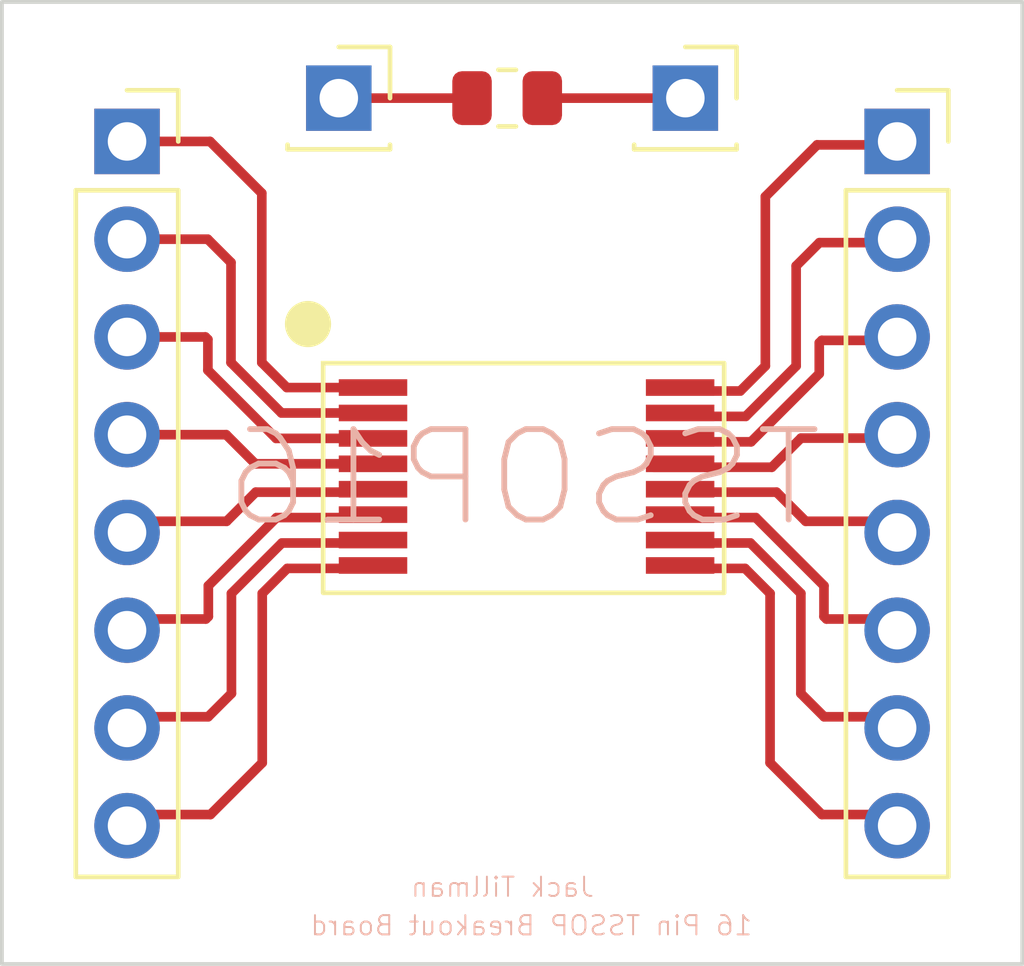
<source format=kicad_pcb>
(kicad_pcb (version 20211014) (generator pcbnew)
  (layers (0 "F.Cu" signal) (31 "B.Cu" signal) (34 "B.Paste" user) (35 "F.Paste" user) (36 "B.SilkS" user "B.Silkscreen") (37 "F.SilkS" user "F.Silkscreen") (38 "B.Mask" user) (39 "F.Mask" user) (44 "Edge.Cuts" user))
  (net 0 "")
  (net 1 "Net-(J3-Pad1)")
  (net 2 "Net-(J4-Pad1)")
  (net 3 "Net-(J1-Pad1)")
  (net 4 "Net-(J1-Pad2)")
  (net 5 "Net-(J1-Pad3)")
  (net 6 "Net-(J1-Pad4)")
  (net 7 "Net-(J1-Pad5)")
  (net 8 "Net-(J1-Pad6)")
  (net 9 "Net-(J1-Pad7)")
  (net 10 "Net-(J1-Pad8)")
  (net 11 "Net-(J2-Pad1)")
  (net 12 "Net-(J2-Pad2)")
  (net 13 "Net-(J2-Pad3)")
  (net 14 "Net-(J2-Pad4)")
  (net 15 "Net-(J2-Pad5)")
  (net 16 "Net-(J2-Pad6)")
  (net 17 "Net-(J2-Pad7)")
  (net 18 "Net-(J2-Pad8)")
  (footprint "Connector_PinSocket_2.54mm:PinSocket_1x08_P2.54mm_Vertical" (layer "F.Cu") (at 168.5 89.855)
    (fp_text reference "J2" hide)
    (fp_text value "Conn_01x08" hide)
    (fp_line (start 1.33 -1.33) (end 1.33 0) (layer "F.SilkS") (width 0.12))
    (fp_line (start -1.33 1.27) (end 1.33 1.27) (layer "F.SilkS") (width 0.12))
    (fp_line (start 1.33 1.27) (end 1.33 19.11) (layer "F.SilkS") (width 0.12))
    (fp_line (start 0 -1.33) (end 1.33 -1.33) (layer "F.SilkS") (width 0.12))
    (fp_line (start -1.33 19.11) (end 1.33 19.11) (layer "F.SilkS") (width 0.12))
    (fp_line (start -1.33 1.27) (end -1.33 19.11) (layer "F.SilkS") (width 0.12))
    (pad "1" thru_hole rect (at 0 0) (size 1.7 1.7) (drill 1) (layers *.Cu *.Mask) (net 11 "Net-(J2-Pad1)"))
    (pad "2" thru_hole oval (at 0 2.54) (size 1.7 1.7) (drill 1) (layers *.Cu *.Mask) (net 12 "Net-(J2-Pad2)"))
    (pad "3" thru_hole oval (at 0 5.08) (size 1.7 1.7) (drill 1) (layers *.Cu *.Mask) (net 13 "Net-(J2-Pad3)"))
    (pad "4" thru_hole oval (at 0 7.62) (size 1.7 1.7) (drill 1) (layers *.Cu *.Mask) (net 14 "Net-(J2-Pad4)"))
    (pad "5" thru_hole oval (at 0 10.16) (size 1.7 1.7) (drill 1) (layers *.Cu *.Mask) (net 15 "Net-(J2-Pad5)"))
    (pad "6" thru_hole oval (at 0 12.7) (size 1.7 1.7) (drill 1) (layers *.Cu *.Mask) (net 16 "Net-(J2-Pad6)"))
    (pad "7" thru_hole oval (at 0 15.24) (size 1.7 1.7) (drill 1) (layers *.Cu *.Mask) (net 17 "Net-(J2-Pad7)"))
    (pad "8" thru_hole oval (at 0 17.78) (size 1.7 1.7) (drill 1) (layers *.Cu *.Mask) (net 18 "Net-(J2-Pad8)"))
  )
  (footprint "TSSOP_Footprints:16_Pin_TSSOP_Board" (layer "F.Cu") (at 158.8762 100.6066)
    (fp_text reference "TSSOP16" (at -0.0762 -2.0066 unlocked) (layer "B.SilkS") (effects (font (size 2.35 2.35)) (justify mirror)))
    (fp_text value "16_Pin_TSSOP_Board" hide)
    (fp_rect (start -5.2832 -4.9911) (end 5.1308 0.9779) (layer "F.SilkS") (width 0.12) (fill none))
    (pad "1" smd rect (at -3.9878 -4.3561) (size 1.778 0.4318) (layers "F.Cu" "F.Paste" "F.Mask") (net 3 "Net-(J1-Pad1)"))
    (pad "2" smd rect (at -3.9878 -3.6957) (size 1.778 0.4318) (layers "F.Cu" "F.Paste" "F.Mask") (net 4 "Net-(J1-Pad2)"))
    (pad "3" smd rect (at -3.9878 -3.0353) (size 1.778 0.4318) (layers "F.Cu" "F.Paste" "F.Mask") (net 5 "Net-(J1-Pad3)"))
    (pad "4" smd rect (at -3.9878 -2.3749) (size 1.778 0.4318) (layers "F.Cu" "F.Paste" "F.Mask") (net 6 "Net-(J1-Pad4)"))
    (pad "5" smd rect (at -3.9878 -1.7145) (size 1.778 0.4318) (layers "F.Cu" "F.Paste" "F.Mask") (net 7 "Net-(J1-Pad5)"))
    (pad "6" smd rect (at -3.9878 -1.0541) (size 1.778 0.4318) (layers "F.Cu" "F.Paste" "F.Mask") (net 8 "Net-(J1-Pad6)"))
    (pad "7" smd rect (at -3.9878 -0.3937) (size 1.778 0.4318) (layers "F.Cu" "F.Paste" "F.Mask") (net 9 "Net-(J1-Pad7)"))
    (pad "8" smd rect (at -3.9878 0.2667) (size 1.778 0.4318) (layers "F.Cu" "F.Paste" "F.Mask") (net 10 "Net-(J1-Pad8)"))
    (pad "9" smd rect (at 3.9878 0.2667) (size 1.778 0.4318) (layers "F.Cu" "F.Paste" "F.Mask") (net 18 "Net-(J2-Pad8)"))
    (pad "10" smd rect (at 3.9878 -0.3937) (size 1.778 0.4318) (layers "F.Cu" "F.Paste" "F.Mask") (net 17 "Net-(J2-Pad7)"))
    (pad "11" smd rect (at 3.9878 -1.0541) (size 1.778 0.4318) (layers "F.Cu" "F.Paste" "F.Mask") (net 16 "Net-(J2-Pad6)"))
    (pad "12" smd rect (at 3.9878 -1.7145) (size 1.778 0.4318) (layers "F.Cu" "F.Paste" "F.Mask") (net 15 "Net-(J2-Pad5)"))
    (pad "13" smd rect (at 3.9878 -2.3749) (size 1.778 0.4318) (layers "F.Cu" "F.Paste" "F.Mask") (net 14 "Net-(J2-Pad4)"))
    (pad "14" smd rect (at 3.9878 -3.0353) (size 1.778 0.4318) (layers "F.Cu" "F.Paste" "F.Mask") (net 13 "Net-(J2-Pad3)"))
    (pad "15" smd rect (at 3.9878 -3.6957) (size 1.778 0.4318) (layers "F.Cu" "F.Paste" "F.Mask") (net 12 "Net-(J2-Pad2)"))
    (pad "16" smd rect (at 3.9878 -4.3561) (size 1.778 0.4318) (layers "F.Cu" "F.Paste" "F.Mask") (net 11 "Net-(J2-Pad1)"))
  )
  (footprint "Connector_PinSocket_2.54mm:PinSocket_1x01_P2.54mm_Vertical" (layer "F.Cu") (at 163 88.73)
    (fp_text reference "J3" hide)
    (fp_text value "Conn_01x01" hide)
    (fp_line (start 0 -1.33) (end 1.33 -1.33) (layer "F.SilkS") (width 0.12))
    (fp_line (start -1.33 1.33) (end 1.33 1.33) (layer "F.SilkS") (width 0.12))
    (fp_line (start 1.33 -1.33) (end 1.33 0) (layer "F.SilkS") (width 0.12))
    (fp_line (start 1.33 1.21) (end 1.33 1.33) (layer "F.SilkS") (width 0.12))
    (fp_line (start -1.33 1.21) (end -1.33 1.33) (layer "F.SilkS") (width 0.12))
    (pad "1" thru_hole rect (at 0 0) (size 1.7 1.7) (drill 1) (layers *.Cu *.Mask) (net 1 "Net-(J3-Pad1)"))
  )
  (footprint "Connector_PinSocket_2.54mm:PinSocket_1x08_P2.54mm_Vertical" (layer "F.Cu") (at 148.5 89.855)
    (fp_text reference "J1" hide)
    (fp_text value "Conn_01x08" hide)
    (fp_line (start 1.33 1.27) (end 1.33 19.11) (layer "F.SilkS") (width 0.12))
    (fp_line (start -1.33 1.27) (end -1.33 19.11) (layer "F.SilkS") (width 0.12))
    (fp_line (start -1.33 19.11) (end 1.33 19.11) (layer "F.SilkS") (width 0.12))
    (fp_line (start 1.33 -1.33) (end 1.33 0) (layer "F.SilkS") (width 0.12))
    (fp_line (start 0 -1.33) (end 1.33 -1.33) (layer "F.SilkS") (width 0.12))
    (fp_line (start -1.33 1.27) (end 1.33 1.27) (layer "F.SilkS") (width 0.12))
    (pad "1" thru_hole rect (at 0 0) (size 1.7 1.7) (drill 1) (layers *.Cu *.Mask) (net 3 "Net-(J1-Pad1)"))
    (pad "2" thru_hole oval (at 0 2.54) (size 1.7 1.7) (drill 1) (layers *.Cu *.Mask) (net 4 "Net-(J1-Pad2)"))
    (pad "3" thru_hole oval (at 0 5.08) (size 1.7 1.7) (drill 1) (layers *.Cu *.Mask) (net 5 "Net-(J1-Pad3)"))
    (pad "4" thru_hole oval (at 0 7.62) (size 1.7 1.7) (drill 1) (layers *.Cu *.Mask) (net 6 "Net-(J1-Pad4)"))
    (pad "5" thru_hole oval (at 0 10.16) (size 1.7 1.7) (drill 1) (layers *.Cu *.Mask) (net 7 "Net-(J1-Pad5)"))
    (pad "6" thru_hole oval (at 0 12.7) (size 1.7 1.7) (drill 1) (layers *.Cu *.Mask) (net 8 "Net-(J1-Pad6)"))
    (pad "7" thru_hole oval (at 0 15.24) (size 1.7 1.7) (drill 1) (layers *.Cu *.Mask) (net 9 "Net-(J1-Pad7)"))
    (pad "8" thru_hole oval (at 0 17.78) (size 1.7 1.7) (drill 1) (layers *.Cu *.Mask) (net 10 "Net-(J1-Pad8)"))
  )
  (footprint "Resistor_SMD:R_0805_2012Metric" (layer "F.Cu") (at 158.3725 88.73)
    (fp_text reference "R1" hide)
    (fp_text value "R_US" hide)
    (fp_line (start -0.227064 0.735) (end 0.227064 0.735) (layer "F.SilkS") (width 0.12))
    (fp_line (start -0.227064 -0.735) (end 0.227064 -0.735) (layer "F.SilkS") (width 0.12))
    (pad "1" smd roundrect (at -0.9125 0) (size 1.025 1.4) (layers "F.Cu" "F.Paste" "F.Mask") (roundrect_rratio 0.243902) (net 2 "Net-(J4-Pad1)"))
    (pad "2" smd roundrect (at 0.9125 0) (size 1.025 1.4) (layers "F.Cu" "F.Paste" "F.Mask") (roundrect_rratio 0.243902) (net 1 "Net-(J3-Pad1)"))
  )
  (footprint "Connector_PinSocket_2.54mm:PinSocket_1x01_P2.54mm_Vertical" (layer "F.Cu") (at 154 88.73)
    (fp_text reference "J4" hide)
    (fp_text value "Conn_01x01" hide)
    (fp_line (start -1.33 1.33) (end 1.33 1.33) (layer "F.SilkS") (width 0.12))
    (fp_line (start 1.33 1.21) (end 1.33 1.33) (layer "F.SilkS") (width 0.12))
    (fp_line (start 1.33 -1.33) (end 1.33 0) (layer "F.SilkS") (width 0.12))
    (fp_line (start 0 -1.33) (end 1.33 -1.33) (layer "F.SilkS") (width 0.12))
    (fp_line (start -1.33 1.21) (end -1.33 1.33) (layer "F.SilkS") (width 0.12))
    (pad "1" thru_hole rect (at 0 0) (size 1.7 1.7) (drill 1) (layers *.Cu *.Mask) (net 2 "Net-(J4-Pad1)"))
  )
  (gr_circle (center 153.2 94.6) (end 153.7 94.6) (layer "F.SilkS") (width 0.2) (fill solid))
  (gr_rect (start 145.251 86.23) (end 171.751 111.23) (layer "Edge.Cuts") (width 0.1) (fill none))
  (gr_text "16 Pin TSSOP Breakout Board" (at 159 110.23) (layer "B.SilkS") (effects (font (size 0.5 0.5) (thickness 0.05)) (justify mirror)))
  (gr_text "Jack Tillman" (at 158.251 109.23) (layer "B.SilkS") (effects (font (size 0.5 0.5) (thickness 0.05)) (justify mirror)))
  (segment (start 159.285 88.73) (end 163 88.73) (width 0.25) (layer "F.Cu") (net 1))
  (segment (start 154 88.73) (end 157.46 88.73) (width 0.25) (layer "F.Cu") (net 2))
  (segment (start 152.6505 96.2505) (end 152 95.6) (width 0.25) (layer "F.Cu") (net 3))
  (segment (start 154.8884 96.2505) (end 152.6505 96.2505) (width 0.25) (layer "F.Cu") (net 3))
  (segment (start 152 95.6) (end 152 91.2) (width 0.25) (layer "F.Cu") (net 3))
  (segment (start 150.655 89.855) (end 148.5 89.855) (width 0.25) (layer "F.Cu") (net 3))
  (segment (start 152 91.2) (end 150.655 89.855) (width 0.25) (layer "F.Cu") (net 3))
  (segment (start 151.2 95.6) (end 151.2 93) (width 0.25) (layer "F.Cu") (net 4))
  (segment (start 151.2 93) (end 150.595 92.395) (width 0.25) (layer "F.Cu") (net 4))
  (segment (start 152.5109 96.9109) (end 151.2 95.6) (width 0.25) (layer "F.Cu") (net 4))
  (segment (start 154.8884 96.9109) (end 152.5109 96.9109) (width 0.25) (layer "F.Cu") (net 4))
  (segment (start 150.595 92.395) (end 148.5 92.395) (width 0.25) (layer "F.Cu") (net 4))
  (segment (start 150.6 95.8) (end 150.6 95) (width 0.25) (layer "F.Cu") (net 5))
  (segment (start 150.6 95) (end 150.535 94.935) (width 0.25) (layer "F.Cu") (net 5))
  (segment (start 152.3713 97.5713) (end 150.6 95.8) (width 0.25) (layer "F.Cu") (net 5))
  (segment (start 150.535 94.935) (end 148.5 94.935) (width 0.25) (layer "F.Cu") (net 5))
  (segment (start 154.8884 97.5713) (end 152.3713 97.5713) (width 0.25) (layer "F.Cu") (net 5))
  (segment (start 151.075 97.475) (end 148.5 97.475) (width 0.25) (layer "F.Cu") (net 6))
  (segment (start 151.8317 98.2317) (end 151.075 97.475) (width 0.25) (layer "F.Cu") (net 6))
  (segment (start 154.8884 98.2317) (end 151.8317 98.2317) (width 0.25) (layer "F.Cu") (net 6))
  (segment (start 151.8433 98.9683) (end 151.0866 99.725) (width 0.25) (layer "F.Cu") (net 7))
  (segment (start 151.0866 99.725) (end 148.5116 99.725) (width 0.25) (layer "F.Cu") (net 7))
  (segment (start 154.9 98.9683) (end 151.8433 98.9683) (width 0.25) (layer "F.Cu") (net 7))
  (segment (start 154.9 99.6287) (end 152.3829 99.6287) (width 0.25) (layer "F.Cu") (net 8))
  (segment (start 150.6116 102.2) (end 150.5466 102.265) (width 0.25) (layer "F.Cu") (net 8))
  (segment (start 152.3829 99.6287) (end 150.6116 101.4) (width 0.25) (layer "F.Cu") (net 8))
  (segment (start 150.5466 102.265) (end 148.5116 102.265) (width 0.25) (layer "F.Cu") (net 8))
  (segment (start 150.6116 101.4) (end 150.6116 102.2) (width 0.25) (layer "F.Cu") (net 8))
  (segment (start 151.2116 101.6) (end 151.2116 104.2) (width 0.25) (layer "F.Cu") (net 9))
  (segment (start 154.9 100.2891) (end 152.5225 100.2891) (width 0.25) (layer "F.Cu") (net 9))
  (segment (start 150.6066 104.805) (end 148.5116 104.805) (width 0.25) (layer "F.Cu") (net 9))
  (segment (start 151.2116 104.2) (end 150.6066 104.805) (width 0.25) (layer "F.Cu") (net 9))
  (segment (start 152.5225 100.2891) (end 151.2116 101.6) (width 0.25) (layer "F.Cu") (net 9))
  (segment (start 154.9 100.9495) (end 152.6621 100.9495) (width 0.25) (layer "F.Cu") (net 10))
  (segment (start 152.0116 101.6) (end 152.0116 106) (width 0.25) (layer "F.Cu") (net 10))
  (segment (start 152.6621 100.9495) (end 152.0116 101.6) (width 0.25) (layer "F.Cu") (net 10))
  (segment (start 150.6666 107.345) (end 148.5116 107.345) (width 0.25) (layer "F.Cu") (net 10))
  (segment (start 152.0116 106) (end 150.6666 107.345) (width 0.25) (layer "F.Cu") (net 10))
  (segment (start 165.0775 95.6891) (end 165.0775 91.2891) (width 0.25) (layer "F.Cu") (net 11))
  (segment (start 165.0775 91.2891) (end 166.4225 89.9441) (width 0.25) (layer "F.Cu") (net 11))
  (segment (start 164.427 96.3396) (end 165.0775 95.6891) (width 0.25) (layer "F.Cu") (net 11))
  (segment (start 166.4225 89.9441) (end 168.5775 89.9441) (width 0.25) (layer "F.Cu") (net 11))
  (segment (start 162.1891 96.3396) (end 164.427 96.3396) (width 0.25) (layer "F.Cu") (net 11))
  (segment (start 165.8775 93.0891) (end 166.4825 92.4841) (width 0.25) (layer "F.Cu") (net 12))
  (segment (start 165.8775 95.6891) (end 165.8775 93.0891) (width 0.25) (layer "F.Cu") (net 12))
  (segment (start 164.5666 97) (end 165.8775 95.6891) (width 0.25) (layer "F.Cu") (net 12))
  (segment (start 166.4825 92.4841) (end 168.5775 92.4841) (width 0.25) (layer "F.Cu") (net 12))
  (segment (start 162.1891 97) (end 164.5666 97) (width 0.25) (layer "F.Cu") (net 12))
  (segment (start 166.4775 95.8891) (end 166.4775 95.0891) (width 0.25) (layer "F.Cu") (net 13))
  (segment (start 166.5425 95.0241) (end 168.5775 95.0241) (width 0.25) (layer "F.Cu") (net 13))
  (segment (start 166.4775 95.0891) (end 166.5425 95.0241) (width 0.25) (layer "F.Cu") (net 13))
  (segment (start 164.7062 97.6604) (end 166.4775 95.8891) (width 0.25) (layer "F.Cu") (net 13))
  (segment (start 162.1891 97.6604) (end 164.7062 97.6604) (width 0.25) (layer "F.Cu") (net 13))
  (segment (start 166.0025 97.5641) (end 168.5775 97.5641) (width 0.25) (layer "F.Cu") (net 14))
  (segment (start 162.1891 98.3208) (end 165.2458 98.3208) (width 0.25) (layer "F.Cu") (net 14))
  (segment (start 165.2458 98.3208) (end 166.0025 97.5641) (width 0.25) (layer "F.Cu") (net 14))
  (segment (start 162.3116 98.9683) (end 165.3683 98.9683) (width 0.25) (layer "F.Cu") (net 15))
  (segment (start 165.3683 98.9683) (end 166.125 99.725) (width 0.25) (layer "F.Cu") (net 15))
  (segment (start 166.125 99.725) (end 168.7 99.725) (width 0.25) (layer "F.Cu") (net 15))
  (segment (start 166.6 102.2) (end 166.665 102.265) (width 0.25) (layer "F.Cu") (net 16))
  (segment (start 166.6 101.4) (end 166.6 102.2) (width 0.25) (layer "F.Cu") (net 16))
  (segment (start 162.3116 99.6287) (end 164.8287 99.6287) (width 0.25) (layer "F.Cu") (net 16))
  (segment (start 164.8287 99.6287) (end 166.6 101.4) (width 0.25) (layer "F.Cu") (net 16))
  (segment (start 166.665 102.265) (end 168.7 102.265) (width 0.25) (layer "F.Cu") (net 16))
  (segment (start 166.605 104.805) (end 168.7 104.805) (width 0.25) (layer "F.Cu") (net 17))
  (segment (start 162.3116 100.2891) (end 164.6891 100.2891) (width 0.25) (layer "F.Cu") (net 17))
  (segment (start 166 101.6) (end 166 104.2) (width 0.25) (layer "F.Cu") (net 17))
  (segment (start 166 104.2) (end 166.605 104.805) (width 0.25) (layer "F.Cu") (net 17))
  (segment (start 164.6891 100.2891) (end 166 101.6) (width 0.25) (layer "F.Cu") (net 17))
  (segment (start 164.5495 100.9495) (end 165.2 101.6) (width 0.25) (layer "F.Cu") (net 18))
  (segment (start 166.545 107.345) (end 168.7 107.345) (width 0.25) (layer "F.Cu") (net 18))
  (segment (start 165.2 101.6) (end 165.2 106) (width 0.25) (layer "F.Cu") (net 18))
  (segment (start 162.3116 100.9495) (end 164.5495 100.9495) (width 0.25) (layer "F.Cu") (net 18))
  (segment (start 165.2 106) (end 166.545 107.345) (width 0.25) (layer "F.Cu") (net 18))
)
</source>
